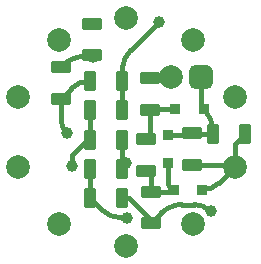
<source format=gbl>
G04 Layer_Physical_Order=2*
G04 Layer_Color=16711680*
%FSLAX25Y25*%
%MOIN*%
G70*
G01*
G75*
%ADD10C,0.01575*%
G04:AMPARAMS|DCode=11|XSize=66.93mil|YSize=43.31mil|CornerRadius=10.83mil|HoleSize=0mil|Usage=FLASHONLY|Rotation=0.000|XOffset=0mil|YOffset=0mil|HoleType=Round|Shape=RoundedRectangle|*
%AMROUNDEDRECTD11*
21,1,0.06693,0.02165,0,0,0.0*
21,1,0.04528,0.04331,0,0,0.0*
1,1,0.02165,0.02264,-0.01083*
1,1,0.02165,-0.02264,-0.01083*
1,1,0.02165,-0.02264,0.01083*
1,1,0.02165,0.02264,0.01083*
%
%ADD11ROUNDEDRECTD11*%
G04:AMPARAMS|DCode=12|XSize=35.43mil|YSize=35.43mil|CornerRadius=8.86mil|HoleSize=0mil|Usage=FLASHONLY|Rotation=270.000|XOffset=0mil|YOffset=0mil|HoleType=Round|Shape=RoundedRectangle|*
%AMROUNDEDRECTD12*
21,1,0.03543,0.01772,0,0,270.0*
21,1,0.01772,0.03543,0,0,270.0*
1,1,0.01772,-0.00886,-0.00886*
1,1,0.01772,-0.00886,0.00886*
1,1,0.01772,0.00886,0.00886*
1,1,0.01772,0.00886,-0.00886*
%
%ADD12ROUNDEDRECTD12*%
G04:AMPARAMS|DCode=13|XSize=35.43mil|YSize=35.43mil|CornerRadius=8.86mil|HoleSize=0mil|Usage=FLASHONLY|Rotation=0.000|XOffset=0mil|YOffset=0mil|HoleType=Round|Shape=RoundedRectangle|*
%AMROUNDEDRECTD13*
21,1,0.03543,0.01772,0,0,0.0*
21,1,0.01772,0.03543,0,0,0.0*
1,1,0.01772,0.00886,-0.00886*
1,1,0.01772,-0.00886,-0.00886*
1,1,0.01772,-0.00886,0.00886*
1,1,0.01772,0.00886,0.00886*
%
%ADD13ROUNDEDRECTD13*%
G04:AMPARAMS|DCode=14|XSize=66.93mil|YSize=43.31mil|CornerRadius=10.83mil|HoleSize=0mil|Usage=FLASHONLY|Rotation=90.000|XOffset=0mil|YOffset=0mil|HoleType=Round|Shape=RoundedRectangle|*
%AMROUNDEDRECTD14*
21,1,0.06693,0.02165,0,0,90.0*
21,1,0.04528,0.04331,0,0,90.0*
1,1,0.02165,0.01083,0.02264*
1,1,0.02165,0.01083,-0.02264*
1,1,0.02165,-0.01083,-0.02264*
1,1,0.02165,-0.01083,0.02264*
%
%ADD14ROUNDEDRECTD14*%
%ADD15C,0.07874*%
G04:AMPARAMS|DCode=16|XSize=78.74mil|YSize=78.74mil|CornerRadius=19.69mil|HoleSize=0mil|Usage=FLASHONLY|Rotation=180.000|XOffset=0mil|YOffset=0mil|HoleType=Round|Shape=RoundedRectangle|*
%AMROUNDEDRECTD16*
21,1,0.07874,0.03937,0,0,180.0*
21,1,0.03937,0.07874,0,0,180.0*
1,1,0.03937,-0.01969,0.01969*
1,1,0.03937,0.01969,0.01969*
1,1,0.03937,0.01969,-0.01969*
1,1,0.03937,-0.01969,-0.01969*
%
%ADD16ROUNDEDRECTD16*%
%ADD17C,0.03937*%
D10*
X-12205Y16929D02*
G03*
X-18589Y14285I0J-9029D01*
G01*
X-21949Y4260D02*
G03*
X-19983Y-489I6721J0D01*
G01*
X1354Y27141D02*
G03*
X-1508Y21229I7071J-7071D01*
G01*
D02*
G03*
X-1575Y20071I9933J-1158D01*
G01*
X-8539Y-25910D02*
G03*
X-1468Y-28839I7071J7071D01*
G01*
X27953Y-26575D02*
G03*
X22488Y-24311I-5465J-5465D01*
G01*
X18414D02*
G03*
X16559Y-24485I0J-10000D01*
G01*
D02*
G03*
X11343Y-27240I1855J-9826D01*
G01*
X-14362Y25000D02*
G03*
X-16217Y24826I0J-10000D01*
G01*
D02*
G03*
X-21433Y22071I1855J-9826D01*
G01*
X13878Y-16891D02*
G03*
X13977Y-17815I4369J0D01*
G01*
D02*
G03*
X15157Y-19980I4270J924D01*
G01*
X24902Y9381D02*
G03*
X25689Y7480I2688J0D01*
G01*
X28740Y287D02*
G03*
X25811Y7358I-10000J0D01*
G01*
X8529Y18209D02*
G03*
X7579Y17815I0J-1344D01*
G01*
X-19983Y-489D02*
G03*
X-19980Y-492I4755J4749D01*
G01*
X25098Y-19488D02*
G03*
X30725Y-17157I0J7958D01*
G01*
X-21949Y10925D02*
X-18589Y14285D01*
X-21949Y4260D02*
Y10925D01*
X1354Y27141D02*
X10728Y36516D01*
X-1575Y16929D02*
Y20071D01*
X-18110Y-7776D02*
X-12205Y-1870D01*
X-1575Y-12451D02*
Y-2657D01*
X-12205Y-22244D02*
X-8539Y-25910D01*
X-1468Y-28839D02*
X98D01*
X18414Y-24311D02*
X22488D01*
X7972Y-30610D02*
X11343Y-27240D01*
X-14362Y25000D02*
X-11220D01*
X-21949Y21555D02*
X-21433Y22071D01*
X13878Y-16891D02*
Y-10531D01*
X7972Y-19980D02*
Y-13091D01*
Y-19980D02*
X15157D01*
X25689Y7480D02*
X25811Y7358D01*
X24902Y9381D02*
Y18209D01*
X28740Y-689D02*
Y287D01*
X8529Y18209D02*
X14902D01*
X6299Y-2559D02*
X7579Y-1280D01*
Y7185D01*
X7874Y7480D01*
X16240D01*
X21063Y-1083D02*
X21752Y-394D01*
X13878Y-1083D02*
X21063D01*
X21752Y-394D02*
X22047Y-689D01*
X28740D01*
X36042Y-4017D02*
X39370Y-689D01*
X36042Y-11841D02*
Y-4017D01*
X35421Y-11220D02*
X36042Y-11841D01*
X7972Y-30610D02*
Y-29429D01*
X787Y-22244D02*
X7972Y-29429D01*
X-1575Y-22244D02*
X787D01*
X-12205D02*
Y-12451D01*
X-1575Y-2657D02*
X-788Y-1870D01*
X-18110Y-11614D02*
Y-7776D01*
X-12205Y-1870D02*
Y7136D01*
X-1575D02*
Y16929D01*
X30725Y-17157D02*
X36042Y-11841D01*
X21752Y-11220D02*
X35421D01*
D11*
X7972Y-19980D02*
D03*
Y-30610D02*
D03*
X-21949Y10925D02*
D03*
Y21555D02*
D03*
X21752Y-394D02*
D03*
Y-11024D02*
D03*
X7579Y17815D02*
D03*
Y7185D02*
D03*
X6299Y-2559D02*
D03*
Y-13189D02*
D03*
X-11614Y25394D02*
D03*
Y36024D02*
D03*
D12*
X15650Y-19488D02*
D03*
X25098D02*
D03*
X16240Y7480D02*
D03*
X25689D02*
D03*
D13*
X13878Y-1083D02*
D03*
Y-10531D02*
D03*
D14*
X-1575Y16929D02*
D03*
X-12205D02*
D03*
X-1575Y-22244D02*
D03*
X-12205D02*
D03*
Y-12451D02*
D03*
X-1575D02*
D03*
Y-2657D02*
D03*
X-12205D02*
D03*
Y7136D02*
D03*
X-1575D02*
D03*
X28740Y-689D02*
D03*
X39370D02*
D03*
D15*
X-98Y37902D02*
D03*
X22237Y30644D02*
D03*
X36042Y11644D02*
D03*
Y-11841D02*
D03*
X22237Y-30841D02*
D03*
X-98Y-38098D02*
D03*
X-22434Y-30841D02*
D03*
X-36239Y-11841D02*
D03*
Y11644D02*
D03*
X-22434Y30644D02*
D03*
X14902Y18209D02*
D03*
D16*
X24902D02*
D03*
D17*
X-295Y-10433D02*
D03*
X27953Y-26575D02*
D03*
X98Y-28839D02*
D03*
X-18110Y-11614D02*
D03*
X-19980Y-492D02*
D03*
X10728Y36516D02*
D03*
X-11220Y25000D02*
D03*
X-10433Y36024D02*
D03*
M02*

</source>
